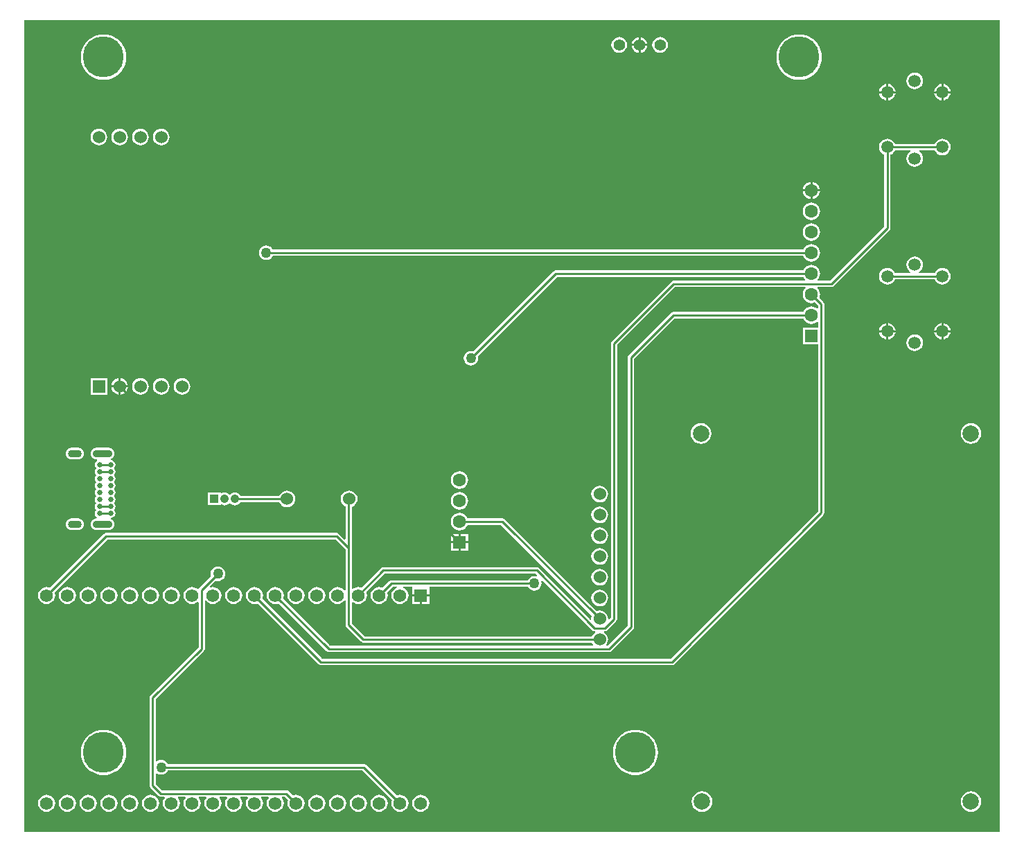
<source format=gbl>
G04*
G04 #@! TF.GenerationSoftware,Altium Limited,Altium Designer,21.1.1 (26)*
G04*
G04 Layer_Physical_Order=2*
G04 Layer_Color=16711680*
%FSLAX44Y44*%
%MOMM*%
G71*
G04*
G04 #@! TF.SameCoordinates,4D4020B3-F9C7-4368-8432-2603F3E21EC1*
G04*
G04*
G04 #@! TF.FilePolarity,Positive*
G04*
G01*
G75*
%ADD16C,0.2540*%
%ADD26C,0.6500*%
G04:AMPARAMS|DCode=27|XSize=0.9mm|YSize=2.4mm|CornerRadius=0.45mm|HoleSize=0mm|Usage=FLASHONLY|Rotation=270.000|XOffset=0mm|YOffset=0mm|HoleType=Round|Shape=RoundedRectangle|*
%AMROUNDEDRECTD27*
21,1,0.9000,1.5000,0,0,270.0*
21,1,0.0000,2.4000,0,0,270.0*
1,1,0.9000,-0.7500,0.0000*
1,1,0.9000,-0.7500,0.0000*
1,1,0.9000,0.7500,0.0000*
1,1,0.9000,0.7500,0.0000*
%
%ADD27ROUNDEDRECTD27*%
G04:AMPARAMS|DCode=28|XSize=0.9mm|YSize=1.7mm|CornerRadius=0.45mm|HoleSize=0mm|Usage=FLASHONLY|Rotation=270.000|XOffset=0mm|YOffset=0mm|HoleType=Round|Shape=RoundedRectangle|*
%AMROUNDEDRECTD28*
21,1,0.9000,0.8000,0,0,270.0*
21,1,0.0000,1.7000,0,0,270.0*
1,1,0.9000,-0.4000,0.0000*
1,1,0.9000,-0.4000,0.0000*
1,1,0.9000,0.4000,0.0000*
1,1,0.9000,0.4000,0.0000*
%
%ADD28ROUNDEDRECTD28*%
%ADD35C,1.4000*%
%ADD36C,1.0500*%
%ADD37R,1.0500X1.0500*%
%ADD38C,1.5000*%
%ADD39C,5.0000*%
%ADD40C,1.5240*%
%ADD41R,1.5240X1.5240*%
%ADD42C,2.0000*%
%ADD43R,1.5600X1.5600*%
%ADD44C,1.5600*%
%ADD45C,1.6000*%
%ADD46R,1.6000X1.6000*%
%ADD47C,1.2700*%
G36*
X1195493Y3237D02*
X3237D01*
Y995493D01*
X1195493D01*
Y3237D01*
D02*
G37*
%LPC*%
G36*
X756270Y974455D02*
Y966270D01*
X764455D01*
X764295Y967490D01*
X763333Y969811D01*
X761804Y971804D01*
X759811Y973333D01*
X757490Y974295D01*
X756270Y974455D01*
D02*
G37*
G36*
X753730D02*
X752510Y974295D01*
X750189Y973333D01*
X748196Y971804D01*
X746667Y969811D01*
X745706Y967490D01*
X745545Y966270D01*
X753730D01*
Y974455D01*
D02*
G37*
G36*
X764455Y963730D02*
X756270D01*
Y955545D01*
X757490Y955706D01*
X759811Y956667D01*
X761804Y958196D01*
X763333Y960189D01*
X764295Y962510D01*
X764455Y963730D01*
D02*
G37*
G36*
X753730D02*
X745545D01*
X745706Y962510D01*
X746667Y960189D01*
X748196Y958196D01*
X750189Y956667D01*
X752510Y955706D01*
X753730Y955545D01*
Y963730D01*
D02*
G37*
G36*
X780000Y974622D02*
X777509Y974295D01*
X775189Y973333D01*
X773196Y971804D01*
X771667Y969811D01*
X770705Y967490D01*
X770377Y965000D01*
X770705Y962510D01*
X771667Y960189D01*
X773196Y958196D01*
X775189Y956667D01*
X777509Y955706D01*
X780000Y955378D01*
X782490Y955706D01*
X784811Y956667D01*
X786804Y958196D01*
X788333Y960189D01*
X789294Y962510D01*
X789622Y965000D01*
X789294Y967490D01*
X788333Y969811D01*
X786804Y971804D01*
X784811Y973333D01*
X782490Y974295D01*
X780000Y974622D01*
D02*
G37*
G36*
X730000D02*
X727509Y974295D01*
X725189Y973333D01*
X723196Y971804D01*
X721667Y969811D01*
X720705Y967490D01*
X720378Y965000D01*
X720705Y962510D01*
X721667Y960189D01*
X723196Y958196D01*
X725189Y956667D01*
X727509Y955706D01*
X730000Y955378D01*
X732490Y955706D01*
X734811Y956667D01*
X736804Y958196D01*
X738333Y960189D01*
X739294Y962510D01*
X739622Y965000D01*
X739294Y967490D01*
X738333Y969811D01*
X736804Y971804D01*
X734811Y973333D01*
X732490Y974295D01*
X730000Y974622D01*
D02*
G37*
G36*
X950000Y977625D02*
X945678Y977285D01*
X941463Y976273D01*
X937458Y974614D01*
X933762Y972349D01*
X930466Y969534D01*
X927651Y966237D01*
X925386Y962541D01*
X923727Y958537D01*
X922715Y954321D01*
X922375Y950000D01*
X922715Y945678D01*
X923727Y941463D01*
X925386Y937458D01*
X927651Y933762D01*
X930466Y930466D01*
X933762Y927651D01*
X937458Y925386D01*
X941463Y923727D01*
X945678Y922715D01*
X950000Y922375D01*
X954321Y922715D01*
X958537Y923727D01*
X962541Y925386D01*
X966237Y927651D01*
X969534Y930466D01*
X972349Y933762D01*
X974614Y937458D01*
X976273Y941463D01*
X977285Y945678D01*
X977625Y950000D01*
X977285Y954321D01*
X976273Y958537D01*
X974614Y962541D01*
X972349Y966237D01*
X969534Y969534D01*
X966237Y972349D01*
X962541Y974614D01*
X958537Y976273D01*
X954321Y977285D01*
X950000Y977625D01*
D02*
G37*
G36*
X100000D02*
X95679Y977285D01*
X91463Y976273D01*
X87458Y974614D01*
X83762Y972349D01*
X80466Y969534D01*
X77651Y966237D01*
X75386Y962541D01*
X73727Y958537D01*
X72715Y954321D01*
X72375Y950000D01*
X72715Y945678D01*
X73727Y941463D01*
X75386Y937458D01*
X77651Y933762D01*
X80466Y930466D01*
X83762Y927651D01*
X87458Y925386D01*
X91463Y923727D01*
X95679Y922715D01*
X100000Y922375D01*
X104322Y922715D01*
X108537Y923727D01*
X112542Y925386D01*
X116238Y927651D01*
X119534Y930466D01*
X122349Y933762D01*
X124614Y937458D01*
X126273Y941463D01*
X127285Y945678D01*
X127625Y950000D01*
X127285Y954321D01*
X126273Y958537D01*
X124614Y962541D01*
X122349Y966237D01*
X119534Y969534D01*
X116238Y972349D01*
X112542Y974614D01*
X108537Y976273D01*
X104322Y977285D01*
X100000Y977625D01*
D02*
G37*
G36*
X1091410Y931217D02*
X1088789Y930872D01*
X1086347Y929860D01*
X1084249Y928251D01*
X1082640Y926153D01*
X1081628Y923711D01*
X1081283Y921090D01*
X1081628Y918469D01*
X1082640Y916027D01*
X1084249Y913930D01*
X1086347Y912320D01*
X1088789Y911309D01*
X1091410Y910964D01*
X1094031Y911309D01*
X1096473Y912320D01*
X1098570Y913930D01*
X1100180Y916027D01*
X1101191Y918469D01*
X1101536Y921090D01*
X1101191Y923711D01*
X1100180Y926153D01*
X1098570Y928251D01*
X1096473Y929860D01*
X1094031Y930872D01*
X1091410Y931217D01*
D02*
G37*
G36*
X1126270Y917140D02*
Y908450D01*
X1134959D01*
X1134781Y909801D01*
X1133770Y912243D01*
X1132160Y914341D01*
X1130063Y915950D01*
X1127621Y916962D01*
X1126270Y917140D01*
D02*
G37*
G36*
X1059090D02*
Y908450D01*
X1067779D01*
X1067601Y909801D01*
X1066590Y912243D01*
X1064980Y914341D01*
X1062883Y915950D01*
X1060441Y916962D01*
X1059090Y917140D01*
D02*
G37*
G36*
X1123730D02*
X1122379Y916962D01*
X1119937Y915950D01*
X1117839Y914341D01*
X1116230Y912243D01*
X1115218Y909801D01*
X1115040Y908450D01*
X1123730D01*
Y917140D01*
D02*
G37*
G36*
X1056550D02*
X1055199Y916962D01*
X1052757Y915950D01*
X1050659Y914341D01*
X1049050Y912243D01*
X1048038Y909801D01*
X1047860Y908450D01*
X1056550D01*
Y917140D01*
D02*
G37*
G36*
X1134959Y905910D02*
X1126270D01*
Y897221D01*
X1127621Y897399D01*
X1130063Y898410D01*
X1132160Y900019D01*
X1133770Y902117D01*
X1134781Y904559D01*
X1134959Y905910D01*
D02*
G37*
G36*
X1067779D02*
X1059090D01*
Y897221D01*
X1060441Y897399D01*
X1062883Y898410D01*
X1064980Y900019D01*
X1066590Y902117D01*
X1067601Y904559D01*
X1067779Y905910D01*
D02*
G37*
G36*
X1123730D02*
X1115040D01*
X1115218Y904559D01*
X1116230Y902117D01*
X1117839Y900019D01*
X1119937Y898410D01*
X1122379Y897399D01*
X1123730Y897221D01*
Y905910D01*
D02*
G37*
G36*
X1056550D02*
X1047860D01*
X1048038Y904559D01*
X1049050Y902117D01*
X1050659Y900019D01*
X1052757Y898410D01*
X1055199Y897399D01*
X1056550Y897221D01*
Y905910D01*
D02*
G37*
G36*
X1125000Y850127D02*
X1122379Y849782D01*
X1119937Y848770D01*
X1117839Y847161D01*
X1116230Y845063D01*
X1115742Y843885D01*
X1067078D01*
X1066590Y845063D01*
X1064980Y847161D01*
X1062883Y848770D01*
X1060441Y849782D01*
X1057820Y850127D01*
X1055199Y849782D01*
X1052757Y848770D01*
X1050659Y847161D01*
X1049050Y845063D01*
X1048038Y842621D01*
X1047693Y840000D01*
X1048038Y837379D01*
X1049050Y834937D01*
X1050659Y832840D01*
X1052757Y831230D01*
X1053935Y830742D01*
Y742691D01*
X987991Y676747D01*
X972903D01*
X972884Y676802D01*
X972620Y678017D01*
X974207Y680085D01*
X975269Y682648D01*
X975631Y685400D01*
X975269Y688151D01*
X974207Y690715D01*
X972517Y692917D01*
X970316Y694607D01*
X967752Y695669D01*
X965000Y696031D01*
X962249Y695669D01*
X959685Y694607D01*
X957483Y692917D01*
X955793Y690715D01*
X955201Y689285D01*
X652400D01*
X650913Y688989D01*
X649653Y688147D01*
X551849Y590343D01*
X551251Y590591D01*
X548930Y590897D01*
X546609Y590591D01*
X544446Y589695D01*
X542589Y588270D01*
X541164Y586413D01*
X540269Y584251D01*
X539963Y581930D01*
X540269Y579609D01*
X541164Y577447D01*
X542589Y575590D01*
X544446Y574165D01*
X546609Y573269D01*
X548930Y572963D01*
X551251Y573269D01*
X553413Y574165D01*
X555270Y575590D01*
X556695Y577447D01*
X557591Y579609D01*
X557896Y581930D01*
X557591Y584251D01*
X557343Y584850D01*
X654009Y681515D01*
X955201D01*
X955793Y680085D01*
X957380Y678017D01*
X957116Y676802D01*
X957097Y676747D01*
X796560D01*
X795073Y676451D01*
X793813Y675609D01*
X720915Y602711D01*
X720073Y601451D01*
X719777Y599964D01*
Y264769D01*
X717607Y262599D01*
X716468Y263160D01*
X716518Y263540D01*
X716169Y266192D01*
X715145Y268664D01*
X713516Y270786D01*
X711394Y272415D01*
X708922Y273438D01*
X706270Y273788D01*
X703618Y273438D01*
X702379Y272925D01*
X590257Y385047D01*
X588997Y385889D01*
X587510Y386185D01*
X544799D01*
X544207Y387616D01*
X542517Y389817D01*
X540315Y391507D01*
X537751Y392569D01*
X535000Y392931D01*
X532248Y392569D01*
X529684Y391507D01*
X527483Y389817D01*
X525793Y387616D01*
X524731Y385052D01*
X524369Y382300D01*
X524731Y379549D01*
X525793Y376985D01*
X527483Y374783D01*
X529684Y373094D01*
X532248Y372032D01*
X535000Y371669D01*
X537751Y372032D01*
X540315Y373094D01*
X542517Y374783D01*
X544207Y376985D01*
X544799Y378416D01*
X585901D01*
X696885Y267432D01*
X696372Y266192D01*
X696022Y263540D01*
X696113Y262851D01*
X694974Y262290D01*
X631921Y325343D01*
X630661Y326185D01*
X629174Y326481D01*
X441996D01*
X440509Y326185D01*
X439249Y325343D01*
X415429Y301523D01*
X414099Y302074D01*
X411400Y302429D01*
X408701Y302074D01*
X406185Y301032D01*
X404713Y299902D01*
X403443Y300528D01*
Y350028D01*
Y400429D01*
X405124Y401125D01*
X407246Y402754D01*
X408875Y404876D01*
X409898Y407348D01*
X410248Y410000D01*
X409898Y412652D01*
X408875Y415124D01*
X407246Y417246D01*
X405124Y418875D01*
X402652Y419898D01*
X400000Y420248D01*
X397348Y419898D01*
X394876Y418875D01*
X392754Y417246D01*
X391125Y415124D01*
X390102Y412652D01*
X389752Y410000D01*
X390102Y407348D01*
X391125Y404876D01*
X392754Y402754D01*
X394876Y401125D01*
X395673Y400795D01*
Y361066D01*
X394500Y360580D01*
X387827Y367253D01*
X386567Y368095D01*
X385080Y368391D01*
X102906D01*
X101419Y368095D01*
X100159Y367253D01*
X34429Y301523D01*
X33099Y302074D01*
X30400Y302429D01*
X27701Y302074D01*
X25185Y301032D01*
X23025Y299375D01*
X21368Y297215D01*
X20326Y294699D01*
X19971Y292000D01*
X20326Y289301D01*
X21368Y286786D01*
X23025Y284626D01*
X25185Y282968D01*
X27701Y281926D01*
X30400Y281571D01*
X33099Y281926D01*
X35615Y282968D01*
X37775Y284626D01*
X39432Y286786D01*
X40474Y289301D01*
X40829Y292000D01*
X40474Y294699D01*
X39923Y296029D01*
X104515Y360621D01*
X383471D01*
X395673Y348419D01*
Y298465D01*
X394403Y298034D01*
X393374Y299375D01*
X391215Y301032D01*
X388699Y302074D01*
X386000Y302429D01*
X383301Y302074D01*
X380785Y301032D01*
X378625Y299375D01*
X376968Y297215D01*
X375926Y294699D01*
X375571Y292000D01*
X375926Y289301D01*
X376968Y286786D01*
X378625Y284626D01*
X380785Y282968D01*
X383301Y281926D01*
X386000Y281571D01*
X388699Y281926D01*
X391215Y282968D01*
X393374Y284626D01*
X394403Y285966D01*
X395673Y285535D01*
Y256048D01*
X395969Y254561D01*
X396811Y253301D01*
X414719Y235393D01*
X415979Y234551D01*
X417466Y234255D01*
X696882D01*
X697395Y233016D01*
X698376Y231739D01*
X697749Y230469D01*
X376825D01*
X319323Y287971D01*
X319874Y289301D01*
X320229Y292000D01*
X319874Y294699D01*
X318832Y297215D01*
X317174Y299375D01*
X315015Y301032D01*
X312499Y302074D01*
X309800Y302429D01*
X307101Y302074D01*
X304585Y301032D01*
X302425Y299375D01*
X300768Y297215D01*
X299726Y294699D01*
X299371Y292000D01*
X299726Y289301D01*
X300768Y286786D01*
X302425Y284626D01*
X304585Y282968D01*
X307101Y281926D01*
X309800Y281571D01*
X312499Y281926D01*
X313829Y282477D01*
X372469Y223837D01*
X373730Y222995D01*
X375216Y222699D01*
X717820D01*
X719307Y222995D01*
X720567Y223837D01*
X747237Y250507D01*
X748079Y251767D01*
X748375Y253254D01*
Y581337D01*
X797753Y630715D01*
X955201D01*
X955793Y629285D01*
X957483Y627083D01*
X959685Y625393D01*
X962249Y624331D01*
X965000Y623969D01*
X967752Y624331D01*
X970316Y625393D01*
X971745Y626490D01*
X973015Y625864D01*
Y619740D01*
X954460D01*
Y598660D01*
X973015D01*
Y394563D01*
X792919Y214467D01*
X367427D01*
X293923Y287971D01*
X294474Y289301D01*
X294829Y292000D01*
X294474Y294699D01*
X293432Y297215D01*
X291775Y299375D01*
X289615Y301032D01*
X287099Y302074D01*
X284400Y302429D01*
X281701Y302074D01*
X279185Y301032D01*
X277025Y299375D01*
X275368Y297215D01*
X274326Y294699D01*
X273971Y292000D01*
X274326Y289301D01*
X275368Y286786D01*
X277025Y284626D01*
X279185Y282968D01*
X281701Y281926D01*
X284400Y281571D01*
X287099Y281926D01*
X288429Y282477D01*
X363071Y207835D01*
X364332Y206993D01*
X365818Y206697D01*
X794528D01*
X796015Y206993D01*
X797275Y207835D01*
X979647Y390207D01*
X980489Y391467D01*
X980785Y392954D01*
Y648100D01*
X980489Y649587D01*
X979647Y650847D01*
X974676Y655818D01*
X975269Y657249D01*
X975631Y660000D01*
X975269Y662751D01*
X974207Y665315D01*
X972517Y667517D01*
X972182Y667775D01*
X972590Y668977D01*
X989600D01*
X991087Y669273D01*
X992347Y670115D01*
X1060567Y738335D01*
X1061409Y739595D01*
X1061704Y741082D01*
Y830742D01*
X1062883Y831230D01*
X1064980Y832840D01*
X1066590Y834937D01*
X1067078Y836115D01*
X1086059D01*
X1086336Y834906D01*
X1086328Y834845D01*
X1084249Y833251D01*
X1082640Y831153D01*
X1081628Y828711D01*
X1081283Y826090D01*
X1081628Y823469D01*
X1082640Y821027D01*
X1084249Y818929D01*
X1086347Y817320D01*
X1088789Y816309D01*
X1091410Y815963D01*
X1094031Y816309D01*
X1096473Y817320D01*
X1098570Y818929D01*
X1100180Y821027D01*
X1101191Y823469D01*
X1101536Y826090D01*
X1101191Y828711D01*
X1100180Y831153D01*
X1098570Y833251D01*
X1096492Y834845D01*
X1096484Y834906D01*
X1096761Y836115D01*
X1115742D01*
X1116230Y834937D01*
X1117839Y832840D01*
X1119937Y831230D01*
X1122379Y830219D01*
X1125000Y829874D01*
X1127621Y830219D01*
X1130063Y831230D01*
X1132160Y832840D01*
X1133770Y834937D01*
X1134781Y837379D01*
X1135126Y840000D01*
X1134781Y842621D01*
X1133770Y845063D01*
X1132160Y847161D01*
X1130063Y848770D01*
X1127621Y849782D01*
X1125000Y850127D01*
D02*
G37*
G36*
X170400Y862648D02*
X167748Y862298D01*
X165276Y861275D01*
X163154Y859646D01*
X161525Y857524D01*
X160502Y855052D01*
X160152Y852400D01*
X160502Y849748D01*
X161525Y847276D01*
X163154Y845154D01*
X165276Y843525D01*
X167748Y842501D01*
X170400Y842152D01*
X173053Y842501D01*
X175524Y843525D01*
X177646Y845154D01*
X179275Y847276D01*
X180299Y849748D01*
X180648Y852400D01*
X180299Y855052D01*
X179275Y857524D01*
X177646Y859646D01*
X175524Y861275D01*
X173053Y862298D01*
X170400Y862648D01*
D02*
G37*
G36*
X145000D02*
X142348Y862298D01*
X139876Y861275D01*
X137754Y859646D01*
X136125Y857524D01*
X135102Y855052D01*
X134753Y852400D01*
X135102Y849748D01*
X136125Y847276D01*
X137754Y845154D01*
X139876Y843525D01*
X142348Y842501D01*
X145000Y842152D01*
X147653Y842501D01*
X150124Y843525D01*
X152246Y845154D01*
X153875Y847276D01*
X154899Y849748D01*
X155248Y852400D01*
X154899Y855052D01*
X153875Y857524D01*
X152246Y859646D01*
X150124Y861275D01*
X147653Y862298D01*
X145000Y862648D01*
D02*
G37*
G36*
X119600D02*
X116948Y862298D01*
X114476Y861275D01*
X112354Y859646D01*
X110725Y857524D01*
X109702Y855052D01*
X109353Y852400D01*
X109702Y849748D01*
X110725Y847276D01*
X112354Y845154D01*
X114476Y843525D01*
X116948Y842501D01*
X119600Y842152D01*
X122253Y842501D01*
X124724Y843525D01*
X126846Y845154D01*
X128475Y847276D01*
X129499Y849748D01*
X129848Y852400D01*
X129499Y855052D01*
X128475Y857524D01*
X126846Y859646D01*
X124724Y861275D01*
X122253Y862298D01*
X119600Y862648D01*
D02*
G37*
G36*
X94200D02*
X91548Y862298D01*
X89076Y861275D01*
X86954Y859646D01*
X85325Y857524D01*
X84302Y855052D01*
X83953Y852400D01*
X84302Y849748D01*
X85325Y847276D01*
X86954Y845154D01*
X89076Y843525D01*
X91548Y842501D01*
X94200Y842152D01*
X96853Y842501D01*
X99324Y843525D01*
X101446Y845154D01*
X103075Y847276D01*
X104099Y849748D01*
X104448Y852400D01*
X104099Y855052D01*
X103075Y857524D01*
X101446Y859646D01*
X99324Y861275D01*
X96853Y862298D01*
X94200Y862648D01*
D02*
G37*
G36*
X966270Y797464D02*
Y788270D01*
X975464D01*
X975269Y789751D01*
X974207Y792315D01*
X972517Y794517D01*
X970316Y796207D01*
X967752Y797269D01*
X966270Y797464D01*
D02*
G37*
G36*
X963730D02*
X962249Y797269D01*
X959685Y796207D01*
X957483Y794517D01*
X955793Y792315D01*
X954731Y789751D01*
X954536Y788270D01*
X963730D01*
Y797464D01*
D02*
G37*
G36*
X975464Y785730D02*
X966270D01*
Y776536D01*
X967752Y776731D01*
X970316Y777793D01*
X972517Y779483D01*
X974207Y781684D01*
X975269Y784249D01*
X975464Y785730D01*
D02*
G37*
G36*
X963730D02*
X954536D01*
X954731Y784249D01*
X955793Y781684D01*
X957483Y779483D01*
X959685Y777793D01*
X962249Y776731D01*
X963730Y776536D01*
Y785730D01*
D02*
G37*
G36*
X965000Y772231D02*
X962249Y771869D01*
X959685Y770807D01*
X957483Y769117D01*
X955793Y766915D01*
X954731Y764351D01*
X954369Y761600D01*
X954731Y758848D01*
X955793Y756284D01*
X957483Y754083D01*
X959685Y752393D01*
X962249Y751331D01*
X965000Y750969D01*
X967752Y751331D01*
X970316Y752393D01*
X972517Y754083D01*
X974207Y756284D01*
X975269Y758848D01*
X975631Y761600D01*
X975269Y764351D01*
X974207Y766915D01*
X972517Y769117D01*
X970316Y770807D01*
X967752Y771869D01*
X965000Y772231D01*
D02*
G37*
G36*
Y746831D02*
X962249Y746469D01*
X959685Y745407D01*
X957483Y743717D01*
X955793Y741515D01*
X954731Y738951D01*
X954369Y736200D01*
X954731Y733448D01*
X955793Y730884D01*
X957483Y728683D01*
X959685Y726993D01*
X962249Y725931D01*
X965000Y725569D01*
X967752Y725931D01*
X970316Y726993D01*
X972517Y728683D01*
X974207Y730884D01*
X975269Y733448D01*
X975631Y736200D01*
X975269Y738951D01*
X974207Y741515D01*
X972517Y743717D01*
X970316Y745407D01*
X967752Y746469D01*
X965000Y746831D01*
D02*
G37*
G36*
Y721431D02*
X962249Y721069D01*
X959685Y720007D01*
X957483Y718317D01*
X955793Y716115D01*
X955268Y714847D01*
X306733D01*
X306485Y715445D01*
X305060Y717302D01*
X303203Y718727D01*
X301041Y719623D01*
X298720Y719929D01*
X296399Y719623D01*
X294237Y718727D01*
X292380Y717302D01*
X290955Y715445D01*
X290059Y713283D01*
X289753Y710962D01*
X290059Y708641D01*
X290955Y706479D01*
X292380Y704622D01*
X294237Y703197D01*
X296399Y702301D01*
X298720Y701995D01*
X301041Y702301D01*
X303203Y703197D01*
X305060Y704622D01*
X306485Y706479D01*
X306733Y707077D01*
X955134D01*
X955793Y705484D01*
X957483Y703283D01*
X959685Y701593D01*
X962249Y700531D01*
X965000Y700169D01*
X967752Y700531D01*
X970316Y701593D01*
X972517Y703283D01*
X974207Y705484D01*
X975269Y708048D01*
X975631Y710800D01*
X975269Y713551D01*
X974207Y716115D01*
X972517Y718317D01*
X970316Y720007D01*
X967752Y721069D01*
X965000Y721431D01*
D02*
G37*
G36*
X1091410Y706216D02*
X1088789Y705871D01*
X1086347Y704860D01*
X1084249Y703250D01*
X1082640Y701153D01*
X1081628Y698711D01*
X1081283Y696090D01*
X1081628Y693469D01*
X1082640Y691027D01*
X1084249Y688929D01*
X1086327Y687335D01*
X1086335Y687272D01*
X1086058Y686065D01*
X1067078D01*
X1066590Y687244D01*
X1064980Y689341D01*
X1062883Y690950D01*
X1060441Y691962D01*
X1057820Y692307D01*
X1055199Y691962D01*
X1052757Y690950D01*
X1050659Y689341D01*
X1049050Y687244D01*
X1048038Y684801D01*
X1047693Y682180D01*
X1048038Y679559D01*
X1049050Y677117D01*
X1050659Y675020D01*
X1052757Y673410D01*
X1055199Y672399D01*
X1057820Y672054D01*
X1060441Y672399D01*
X1062883Y673410D01*
X1064980Y675020D01*
X1066590Y677117D01*
X1067078Y678296D01*
X1115742D01*
X1116230Y677117D01*
X1117839Y675020D01*
X1119937Y673410D01*
X1122379Y672399D01*
X1125000Y672054D01*
X1127621Y672399D01*
X1130063Y673410D01*
X1132160Y675020D01*
X1133770Y677117D01*
X1134781Y679559D01*
X1135126Y682180D01*
X1134781Y684801D01*
X1133770Y687244D01*
X1132160Y689341D01*
X1130063Y690950D01*
X1127621Y691962D01*
X1125000Y692307D01*
X1122379Y691962D01*
X1119937Y690950D01*
X1117839Y689341D01*
X1116230Y687244D01*
X1115742Y686065D01*
X1096762D01*
X1096484Y687272D01*
X1096493Y687335D01*
X1098570Y688929D01*
X1100180Y691027D01*
X1101191Y693469D01*
X1101536Y696090D01*
X1101191Y698711D01*
X1100180Y701153D01*
X1098570Y703250D01*
X1096473Y704860D01*
X1094031Y705871D01*
X1091410Y706216D01*
D02*
G37*
G36*
X1126270Y624959D02*
Y616270D01*
X1134959D01*
X1134781Y617621D01*
X1133770Y620063D01*
X1132160Y622160D01*
X1130063Y623770D01*
X1127621Y624781D01*
X1126270Y624959D01*
D02*
G37*
G36*
X1059090D02*
Y616270D01*
X1067779D01*
X1067601Y617621D01*
X1066590Y620063D01*
X1064980Y622160D01*
X1062883Y623770D01*
X1060441Y624781D01*
X1059090Y624959D01*
D02*
G37*
G36*
X1123730D02*
X1122379Y624781D01*
X1119937Y623770D01*
X1117839Y622160D01*
X1116230Y620063D01*
X1115218Y617621D01*
X1115040Y616270D01*
X1123730D01*
Y624959D01*
D02*
G37*
G36*
X1056550D02*
X1055199Y624781D01*
X1052757Y623770D01*
X1050659Y622160D01*
X1049050Y620063D01*
X1048038Y617621D01*
X1047860Y616270D01*
X1056550D01*
Y624959D01*
D02*
G37*
G36*
X1134959Y613730D02*
X1126270D01*
Y605040D01*
X1127621Y605218D01*
X1130063Y606230D01*
X1132160Y607839D01*
X1133770Y609936D01*
X1134781Y612379D01*
X1134959Y613730D01*
D02*
G37*
G36*
X1067779D02*
X1059090D01*
Y605040D01*
X1060441Y605218D01*
X1062883Y606230D01*
X1064980Y607839D01*
X1066590Y609936D01*
X1067601Y612379D01*
X1067779Y613730D01*
D02*
G37*
G36*
X1123730D02*
X1115040D01*
X1115218Y612379D01*
X1116230Y609936D01*
X1117839Y607839D01*
X1119937Y606230D01*
X1122379Y605218D01*
X1123730Y605040D01*
Y613730D01*
D02*
G37*
G36*
X1056550D02*
X1047860D01*
X1048038Y612379D01*
X1049050Y609936D01*
X1050659Y607839D01*
X1052757Y606230D01*
X1055199Y605218D01*
X1056550Y605040D01*
Y613730D01*
D02*
G37*
G36*
X1091410Y611217D02*
X1088789Y610872D01*
X1086347Y609860D01*
X1084249Y608251D01*
X1082640Y606154D01*
X1081628Y603711D01*
X1081283Y601090D01*
X1081628Y598469D01*
X1082640Y596027D01*
X1084249Y593930D01*
X1086347Y592320D01*
X1088789Y591309D01*
X1091410Y590964D01*
X1094031Y591309D01*
X1096473Y592320D01*
X1098570Y593930D01*
X1100180Y596027D01*
X1101191Y598469D01*
X1101536Y601090D01*
X1101191Y603711D01*
X1100180Y606154D01*
X1098570Y608251D01*
X1096473Y609860D01*
X1094031Y610872D01*
X1091410Y611217D01*
D02*
G37*
G36*
X120870Y557680D02*
Y548870D01*
X129681D01*
X129499Y550252D01*
X128475Y552724D01*
X126846Y554846D01*
X124724Y556475D01*
X122253Y557498D01*
X120870Y557680D01*
D02*
G37*
G36*
X118330D02*
X116948Y557498D01*
X114476Y556475D01*
X112354Y554846D01*
X110725Y552724D01*
X109702Y550252D01*
X109520Y548870D01*
X118330D01*
Y557680D01*
D02*
G37*
G36*
X129681Y546330D02*
X120870D01*
Y537519D01*
X122253Y537701D01*
X124724Y538725D01*
X126846Y540354D01*
X128475Y542476D01*
X129499Y544948D01*
X129681Y546330D01*
D02*
G37*
G36*
X118330D02*
X109520D01*
X109702Y544948D01*
X110725Y542476D01*
X112354Y540354D01*
X114476Y538725D01*
X116948Y537701D01*
X118330Y537519D01*
Y546330D01*
D02*
G37*
G36*
X104360Y557760D02*
X84040D01*
Y537440D01*
X104360D01*
Y557760D01*
D02*
G37*
G36*
X195800Y557848D02*
X193148Y557498D01*
X190676Y556475D01*
X188554Y554846D01*
X186926Y552724D01*
X185902Y550252D01*
X185553Y547600D01*
X185902Y544948D01*
X186926Y542476D01*
X188554Y540354D01*
X190676Y538725D01*
X193148Y537701D01*
X195800Y537352D01*
X198452Y537701D01*
X200924Y538725D01*
X203046Y540354D01*
X204675Y542476D01*
X205699Y544948D01*
X206048Y547600D01*
X205699Y550252D01*
X204675Y552724D01*
X203046Y554846D01*
X200924Y556475D01*
X198452Y557498D01*
X195800Y557848D01*
D02*
G37*
G36*
X170400D02*
X167748Y557498D01*
X165276Y556475D01*
X163154Y554846D01*
X161525Y552724D01*
X160502Y550252D01*
X160152Y547600D01*
X160502Y544948D01*
X161525Y542476D01*
X163154Y540354D01*
X165276Y538725D01*
X167748Y537701D01*
X170400Y537352D01*
X173053Y537701D01*
X175524Y538725D01*
X177646Y540354D01*
X179275Y542476D01*
X180299Y544948D01*
X180648Y547600D01*
X180299Y550252D01*
X179275Y552724D01*
X177646Y554846D01*
X175524Y556475D01*
X173053Y557498D01*
X170400Y557848D01*
D02*
G37*
G36*
X145000D02*
X142348Y557498D01*
X139876Y556475D01*
X137754Y554846D01*
X136125Y552724D01*
X135102Y550252D01*
X134753Y547600D01*
X135102Y544948D01*
X136125Y542476D01*
X137754Y540354D01*
X139876Y538725D01*
X142348Y537701D01*
X145000Y537352D01*
X147653Y537701D01*
X150124Y538725D01*
X152246Y540354D01*
X153875Y542476D01*
X154899Y544948D01*
X155248Y547600D01*
X154899Y550252D01*
X153875Y552724D01*
X152246Y554846D01*
X150124Y556475D01*
X147653Y557498D01*
X145000Y557848D01*
D02*
G37*
G36*
X1160000Y502648D02*
X1156726Y502217D01*
X1153676Y500953D01*
X1151056Y498943D01*
X1149046Y496324D01*
X1147783Y493273D01*
X1147352Y490000D01*
X1147783Y486726D01*
X1149046Y483676D01*
X1151056Y481056D01*
X1153676Y479046D01*
X1156726Y477783D01*
X1160000Y477352D01*
X1163274Y477783D01*
X1166324Y479046D01*
X1168944Y481056D01*
X1170954Y483676D01*
X1172217Y486726D01*
X1172648Y490000D01*
X1172217Y493273D01*
X1170954Y496324D01*
X1168944Y498943D01*
X1166324Y500953D01*
X1163274Y502217D01*
X1160000Y502648D01*
D02*
G37*
G36*
X830000D02*
X826727Y502217D01*
X823676Y500953D01*
X821057Y498943D01*
X819046Y496324D01*
X817783Y493273D01*
X817352Y490000D01*
X817783Y486726D01*
X819046Y483676D01*
X821057Y481056D01*
X823676Y479046D01*
X826727Y477783D01*
X830000Y477352D01*
X833274Y477783D01*
X836324Y479046D01*
X838944Y481056D01*
X840954Y483676D01*
X842217Y486726D01*
X842648Y490000D01*
X842217Y493273D01*
X840954Y496324D01*
X838944Y498943D01*
X836324Y500953D01*
X833274Y502217D01*
X830000Y502648D01*
D02*
G37*
G36*
X68900Y472601D02*
X60900D01*
X59062Y472359D01*
X57349Y471649D01*
X55879Y470521D01*
X54750Y469050D01*
X54041Y467338D01*
X53799Y465500D01*
X54041Y463662D01*
X54750Y461950D01*
X55879Y460479D01*
X57349Y459351D01*
X59062Y458641D01*
X60900Y458399D01*
X68900D01*
X70738Y458641D01*
X72450Y459351D01*
X73921Y460479D01*
X75049Y461950D01*
X75759Y463662D01*
X76000Y465500D01*
X75759Y467338D01*
X75049Y469050D01*
X73921Y470521D01*
X72450Y471649D01*
X70738Y472359D01*
X68900Y472601D01*
D02*
G37*
G36*
X535000Y443731D02*
X532248Y443369D01*
X529684Y442307D01*
X527483Y440617D01*
X525793Y438416D01*
X524731Y435852D01*
X524369Y433100D01*
X524731Y430349D01*
X525793Y427785D01*
X527483Y425583D01*
X529684Y423894D01*
X532248Y422831D01*
X535000Y422469D01*
X537751Y422831D01*
X540315Y423894D01*
X542517Y425583D01*
X544207Y427785D01*
X545269Y430349D01*
X545631Y433100D01*
X545269Y435852D01*
X544207Y438416D01*
X542517Y440617D01*
X540315Y442307D01*
X537751Y443369D01*
X535000Y443731D01*
D02*
G37*
G36*
X324000Y420248D02*
X321348Y419898D01*
X318876Y418875D01*
X316754Y417246D01*
X315125Y415124D01*
X314612Y413885D01*
X267223D01*
X267205Y413929D01*
X265956Y415556D01*
X264329Y416805D01*
X262434Y417589D01*
X260400Y417857D01*
X258366Y417589D01*
X256471Y416805D01*
X254852Y415562D01*
X254563Y415349D01*
X253537D01*
X253248Y415562D01*
X251629Y416805D01*
X249734Y417589D01*
X247700Y417857D01*
X245666Y417589D01*
X244060Y416924D01*
X242790Y417482D01*
Y417790D01*
X227210D01*
Y402210D01*
X242790D01*
Y402517D01*
X244060Y403076D01*
X245666Y402410D01*
X247700Y402143D01*
X249734Y402410D01*
X251629Y403195D01*
X253256Y404444D01*
X253415Y404651D01*
X254685D01*
X254844Y404444D01*
X256471Y403195D01*
X258366Y402410D01*
X260400Y402143D01*
X262434Y402410D01*
X264329Y403195D01*
X265956Y404444D01*
X267205Y406071D01*
X267223Y406115D01*
X314612D01*
X315125Y404876D01*
X316754Y402754D01*
X318876Y401125D01*
X321348Y400101D01*
X324000Y399752D01*
X326652Y400101D01*
X329124Y401125D01*
X331246Y402754D01*
X332875Y404876D01*
X333899Y407348D01*
X334248Y410000D01*
X333899Y412652D01*
X332875Y415124D01*
X331246Y417246D01*
X329124Y418875D01*
X326652Y419898D01*
X324000Y420248D01*
D02*
G37*
G36*
X706270Y426188D02*
X703618Y425839D01*
X701146Y424815D01*
X699024Y423186D01*
X697395Y421064D01*
X696372Y418592D01*
X696022Y415940D01*
X696372Y413288D01*
X697395Y410816D01*
X699024Y408694D01*
X701146Y407065D01*
X703618Y406041D01*
X706270Y405692D01*
X708922Y406041D01*
X711394Y407065D01*
X713516Y408694D01*
X715145Y410816D01*
X716169Y413288D01*
X716518Y415940D01*
X716169Y418592D01*
X715145Y421064D01*
X713516Y423186D01*
X711394Y424815D01*
X708922Y425839D01*
X706270Y426188D01*
D02*
G37*
G36*
X535000Y418331D02*
X532248Y417969D01*
X529684Y416907D01*
X527483Y415217D01*
X525793Y413016D01*
X524731Y410452D01*
X524369Y407700D01*
X524731Y404949D01*
X525793Y402385D01*
X527483Y400183D01*
X529684Y398494D01*
X532248Y397431D01*
X535000Y397069D01*
X537751Y397431D01*
X540315Y398494D01*
X542517Y400183D01*
X544207Y402385D01*
X545269Y404949D01*
X545631Y407700D01*
X545269Y410452D01*
X544207Y413016D01*
X542517Y415217D01*
X540315Y416907D01*
X537751Y417969D01*
X535000Y418331D01*
D02*
G37*
G36*
X706270Y400788D02*
X703618Y400438D01*
X701146Y399415D01*
X699024Y397786D01*
X697395Y395664D01*
X696372Y393192D01*
X696022Y390540D01*
X696372Y387888D01*
X697395Y385416D01*
X699024Y383294D01*
X701146Y381665D01*
X703618Y380642D01*
X706270Y380292D01*
X708922Y380642D01*
X711394Y381665D01*
X713516Y383294D01*
X715145Y385416D01*
X716169Y387888D01*
X716518Y390540D01*
X716169Y393192D01*
X715145Y395664D01*
X713516Y397786D01*
X711394Y399415D01*
X708922Y400438D01*
X706270Y400788D01*
D02*
G37*
G36*
X106200Y472601D02*
X91200D01*
X89362Y472359D01*
X87650Y471649D01*
X86179Y470521D01*
X85051Y469050D01*
X84341Y467338D01*
X84099Y465500D01*
X84341Y463662D01*
X85051Y461950D01*
X86179Y460479D01*
X87650Y459351D01*
X89362Y458641D01*
X91200Y458399D01*
X91869D01*
X92255Y457129D01*
X90825Y456174D01*
X89546Y454259D01*
X89096Y452000D01*
X89546Y449741D01*
X90190Y448777D01*
X90782Y447750D01*
X90190Y446723D01*
X89546Y445759D01*
X89096Y443500D01*
X89546Y441241D01*
X90190Y440277D01*
X90782Y439250D01*
X90190Y438223D01*
X89546Y437259D01*
X89096Y435000D01*
X89546Y432741D01*
X90190Y431777D01*
X90782Y430750D01*
X90190Y429723D01*
X89546Y428759D01*
X89096Y426500D01*
X89546Y424241D01*
X90190Y423277D01*
X90782Y422250D01*
X90190Y421223D01*
X89546Y420259D01*
X89096Y418000D01*
X89546Y415741D01*
X90190Y414777D01*
X90782Y413750D01*
X90190Y412723D01*
X89546Y411759D01*
X89096Y409500D01*
X89546Y407241D01*
X90190Y406277D01*
X90782Y405250D01*
X90190Y404223D01*
X89546Y403259D01*
X89096Y401000D01*
X89546Y398741D01*
X90190Y397777D01*
X90782Y396750D01*
X90190Y395723D01*
X89546Y394759D01*
X89096Y392500D01*
X89546Y390241D01*
X90825Y388326D01*
X92255Y387370D01*
X91869Y386101D01*
X91200D01*
X89362Y385858D01*
X87650Y385149D01*
X86179Y384021D01*
X85051Y382550D01*
X84341Y380838D01*
X84099Y379000D01*
X84341Y377162D01*
X85051Y375449D01*
X86179Y373979D01*
X87650Y372850D01*
X89362Y372141D01*
X91200Y371899D01*
X106200D01*
X108038Y372141D01*
X109750Y372850D01*
X111221Y373979D01*
X112350Y375449D01*
X113059Y377162D01*
X113301Y379000D01*
X113059Y380838D01*
X112350Y382550D01*
X111221Y384021D01*
X109750Y385149D01*
X109096Y385420D01*
X109226Y386741D01*
X110759Y387046D01*
X112674Y388326D01*
X113954Y390241D01*
X114403Y392500D01*
X113954Y394759D01*
X113310Y395723D01*
X112718Y396750D01*
X113310Y397777D01*
X113954Y398741D01*
X114403Y401000D01*
X113954Y403259D01*
X113310Y404223D01*
X112718Y405250D01*
X113310Y406277D01*
X113954Y407241D01*
X114403Y409500D01*
X113954Y411759D01*
X113310Y412723D01*
X112718Y413750D01*
X113310Y414777D01*
X113954Y415741D01*
X114403Y418000D01*
X113954Y420259D01*
X113310Y421223D01*
X112718Y422250D01*
X113310Y423277D01*
X113954Y424241D01*
X114403Y426500D01*
X113954Y428759D01*
X113310Y429723D01*
X112718Y430750D01*
X113310Y431777D01*
X113954Y432741D01*
X114403Y435000D01*
X113954Y437259D01*
X113310Y438223D01*
X112718Y439250D01*
X113310Y440277D01*
X113954Y441241D01*
X114403Y443500D01*
X113954Y445759D01*
X113310Y446723D01*
X112718Y447750D01*
X113310Y448777D01*
X113954Y449741D01*
X114403Y452000D01*
X113954Y454259D01*
X112674Y456174D01*
X110759Y457454D01*
X109226Y457759D01*
X109096Y459080D01*
X109750Y459351D01*
X111221Y460479D01*
X112350Y461950D01*
X113059Y463662D01*
X113301Y465500D01*
X113059Y467338D01*
X112350Y469050D01*
X111221Y470521D01*
X109750Y471649D01*
X108038Y472359D01*
X106200Y472601D01*
D02*
G37*
G36*
X68900Y386101D02*
X60900D01*
X59062Y385858D01*
X57349Y385149D01*
X55879Y384021D01*
X54750Y382550D01*
X54041Y380838D01*
X53799Y379000D01*
X54041Y377162D01*
X54750Y375449D01*
X55879Y373979D01*
X57349Y372850D01*
X59062Y372141D01*
X60900Y371899D01*
X68900D01*
X70738Y372141D01*
X72450Y372850D01*
X73921Y373979D01*
X75049Y375449D01*
X75759Y377162D01*
X76000Y379000D01*
X75759Y380838D01*
X75049Y382550D01*
X73921Y384021D01*
X72450Y385149D01*
X70738Y385858D01*
X68900Y386101D01*
D02*
G37*
G36*
X545540Y367440D02*
X536270D01*
Y358170D01*
X545540D01*
Y367440D01*
D02*
G37*
G36*
X533730D02*
X524460D01*
Y358170D01*
X533730D01*
Y367440D01*
D02*
G37*
G36*
X706270Y375388D02*
X703618Y375038D01*
X701146Y374015D01*
X699024Y372386D01*
X697395Y370264D01*
X696372Y367792D01*
X696022Y365140D01*
X696372Y362488D01*
X697395Y360016D01*
X699024Y357894D01*
X701146Y356265D01*
X703618Y355242D01*
X706270Y354892D01*
X708922Y355242D01*
X711394Y356265D01*
X713516Y357894D01*
X715145Y360016D01*
X716169Y362488D01*
X716518Y365140D01*
X716169Y367792D01*
X715145Y370264D01*
X713516Y372386D01*
X711394Y374015D01*
X708922Y375038D01*
X706270Y375388D01*
D02*
G37*
G36*
X545540Y355630D02*
X536270D01*
Y346360D01*
X545540D01*
Y355630D01*
D02*
G37*
G36*
X533730D02*
X524460D01*
Y346360D01*
X533730D01*
Y355630D01*
D02*
G37*
G36*
X706270Y349988D02*
X703618Y349638D01*
X701146Y348615D01*
X699024Y346986D01*
X697395Y344864D01*
X696372Y342392D01*
X696022Y339740D01*
X696372Y337088D01*
X697395Y334616D01*
X699024Y332494D01*
X701146Y330865D01*
X703618Y329841D01*
X706270Y329492D01*
X708922Y329841D01*
X711394Y330865D01*
X713516Y332494D01*
X715145Y334616D01*
X716169Y337088D01*
X716518Y339740D01*
X716169Y342392D01*
X715145Y344864D01*
X713516Y346986D01*
X711394Y348615D01*
X708922Y349638D01*
X706270Y349988D01*
D02*
G37*
G36*
X239792Y327499D02*
X237471Y327193D01*
X235309Y326297D01*
X233452Y324872D01*
X232027Y323015D01*
X231131Y320853D01*
X230825Y318532D01*
X231131Y316211D01*
X231379Y315613D01*
X217233Y301467D01*
X216422Y300253D01*
X216359Y300197D01*
X215016Y299803D01*
X213415Y301032D01*
X210899Y302074D01*
X208200Y302429D01*
X205501Y302074D01*
X202985Y301032D01*
X200825Y299375D01*
X199168Y297215D01*
X198126Y294699D01*
X197771Y292000D01*
X198126Y289301D01*
X199168Y286786D01*
X200825Y284626D01*
X202985Y282968D01*
X205501Y281926D01*
X208200Y281571D01*
X210899Y281926D01*
X213415Y282968D01*
X214825Y284051D01*
X216095Y283424D01*
Y228447D01*
X157289Y169641D01*
X156447Y168381D01*
X156151Y166894D01*
Y59960D01*
X156447Y58473D01*
X157289Y57213D01*
X167449Y47053D01*
X168709Y46211D01*
X170196Y45915D01*
X174239D01*
X174866Y44645D01*
X173768Y43215D01*
X172726Y40700D01*
X172371Y38000D01*
X172726Y35301D01*
X173768Y32786D01*
X175425Y30626D01*
X177585Y28968D01*
X180101Y27926D01*
X182800Y27571D01*
X185499Y27926D01*
X188015Y28968D01*
X190175Y30626D01*
X191832Y32786D01*
X192874Y35301D01*
X193229Y38000D01*
X192874Y40700D01*
X191832Y43215D01*
X190734Y44645D01*
X191361Y45915D01*
X199639D01*
X200266Y44645D01*
X199168Y43215D01*
X198126Y40700D01*
X197771Y38000D01*
X198126Y35301D01*
X199168Y32786D01*
X200825Y30626D01*
X202985Y28968D01*
X205501Y27926D01*
X208200Y27571D01*
X210899Y27926D01*
X213415Y28968D01*
X215574Y30626D01*
X217232Y32786D01*
X218274Y35301D01*
X218629Y38000D01*
X218274Y40700D01*
X217232Y43215D01*
X216134Y44645D01*
X216761Y45915D01*
X225039D01*
X225666Y44645D01*
X224568Y43215D01*
X223526Y40700D01*
X223171Y38000D01*
X223526Y35301D01*
X224568Y32786D01*
X226225Y30626D01*
X228385Y28968D01*
X230901Y27926D01*
X233600Y27571D01*
X236299Y27926D01*
X238815Y28968D01*
X240975Y30626D01*
X242632Y32786D01*
X243674Y35301D01*
X244029Y38000D01*
X243674Y40700D01*
X242632Y43215D01*
X241534Y44645D01*
X242161Y45915D01*
X250439D01*
X251066Y44645D01*
X249968Y43215D01*
X248926Y40700D01*
X248571Y38000D01*
X248926Y35301D01*
X249968Y32786D01*
X251625Y30626D01*
X253785Y28968D01*
X256301Y27926D01*
X259000Y27571D01*
X261699Y27926D01*
X264215Y28968D01*
X266374Y30626D01*
X268032Y32786D01*
X269074Y35301D01*
X269429Y38000D01*
X269074Y40700D01*
X268032Y43215D01*
X266934Y44645D01*
X267561Y45915D01*
X275839D01*
X276466Y44645D01*
X275368Y43215D01*
X274326Y40700D01*
X273971Y38000D01*
X274326Y35301D01*
X275368Y32786D01*
X277025Y30626D01*
X279185Y28968D01*
X281701Y27926D01*
X284400Y27571D01*
X287099Y27926D01*
X289615Y28968D01*
X291775Y30626D01*
X293432Y32786D01*
X294474Y35301D01*
X294829Y38000D01*
X294474Y40700D01*
X293432Y43215D01*
X292334Y44645D01*
X292961Y45915D01*
X301239D01*
X301866Y44645D01*
X300768Y43215D01*
X299726Y40700D01*
X299371Y38000D01*
X299726Y35301D01*
X300768Y32786D01*
X302425Y30626D01*
X304585Y28968D01*
X307101Y27926D01*
X309800Y27571D01*
X312499Y27926D01*
X315015Y28968D01*
X317174Y30626D01*
X318832Y32786D01*
X319874Y35301D01*
X320229Y38000D01*
X319874Y40700D01*
X318832Y43215D01*
X317734Y44645D01*
X318361Y45915D01*
X321791D01*
X325677Y42029D01*
X325126Y40700D01*
X324771Y38000D01*
X325126Y35301D01*
X326168Y32786D01*
X327825Y30626D01*
X329985Y28968D01*
X332501Y27926D01*
X335200Y27571D01*
X337899Y27926D01*
X340415Y28968D01*
X342575Y30626D01*
X344232Y32786D01*
X345274Y35301D01*
X345629Y38000D01*
X345274Y40700D01*
X344232Y43215D01*
X342575Y45375D01*
X340415Y47032D01*
X337899Y48074D01*
X335200Y48429D01*
X332501Y48074D01*
X331171Y47523D01*
X326147Y52547D01*
X324887Y53389D01*
X323400Y53685D01*
X171805D01*
X163921Y61569D01*
Y74273D01*
X165191Y74900D01*
X165917Y74342D01*
X168079Y73447D01*
X170400Y73141D01*
X172721Y73447D01*
X174884Y74342D01*
X176741Y75767D01*
X178166Y77624D01*
X178414Y78223D01*
X416483D01*
X452677Y42029D01*
X452126Y40700D01*
X451771Y38000D01*
X452126Y35301D01*
X453168Y32786D01*
X454825Y30626D01*
X456985Y28968D01*
X459501Y27926D01*
X462200Y27571D01*
X464899Y27926D01*
X467415Y28968D01*
X469575Y30626D01*
X471232Y32786D01*
X472274Y35301D01*
X472629Y38000D01*
X472274Y40700D01*
X471232Y43215D01*
X469575Y45375D01*
X467415Y47032D01*
X464899Y48074D01*
X462200Y48429D01*
X459501Y48074D01*
X458171Y47523D01*
X420839Y84855D01*
X419579Y85697D01*
X418092Y85992D01*
X178414D01*
X178166Y86591D01*
X176741Y88448D01*
X174884Y89873D01*
X172721Y90769D01*
X170400Y91074D01*
X168079Y90769D01*
X165917Y89873D01*
X165191Y89316D01*
X163921Y89942D01*
Y165285D01*
X222727Y224091D01*
X223569Y225351D01*
X223865Y226838D01*
Y285616D01*
X225135Y286047D01*
X226225Y284626D01*
X228385Y282968D01*
X230901Y281926D01*
X233600Y281571D01*
X236299Y281926D01*
X238815Y282968D01*
X240975Y284626D01*
X242632Y286786D01*
X243674Y289301D01*
X244029Y292000D01*
X243674Y294699D01*
X242632Y297215D01*
X240975Y299375D01*
X238815Y301032D01*
X236299Y302074D01*
X233600Y302429D01*
X230901Y302074D01*
X230428Y301878D01*
X229709Y302955D01*
X236873Y310119D01*
X237471Y309871D01*
X239792Y309565D01*
X242113Y309871D01*
X244275Y310767D01*
X246132Y312192D01*
X247557Y314049D01*
X248453Y316211D01*
X248759Y318532D01*
X248453Y320853D01*
X247557Y323015D01*
X246132Y324872D01*
X244275Y326297D01*
X242113Y327193D01*
X239792Y327499D01*
D02*
G37*
G36*
X706270Y324588D02*
X703618Y324239D01*
X701146Y323215D01*
X699024Y321586D01*
X697395Y319464D01*
X696372Y316992D01*
X696022Y314340D01*
X696372Y311688D01*
X697395Y309216D01*
X699024Y307094D01*
X701146Y305465D01*
X703618Y304442D01*
X706270Y304092D01*
X708922Y304442D01*
X711394Y305465D01*
X713516Y307094D01*
X715145Y309216D01*
X716169Y311688D01*
X716518Y314340D01*
X716169Y316992D01*
X715145Y319464D01*
X713516Y321586D01*
X711394Y323215D01*
X708922Y324239D01*
X706270Y324588D01*
D02*
G37*
G36*
X360600Y302429D02*
X357901Y302074D01*
X355385Y301032D01*
X353225Y299375D01*
X351568Y297215D01*
X350526Y294699D01*
X350171Y292000D01*
X350526Y289301D01*
X351568Y286786D01*
X353225Y284626D01*
X355385Y282968D01*
X357901Y281926D01*
X360600Y281571D01*
X363299Y281926D01*
X365815Y282968D01*
X367975Y284626D01*
X369632Y286786D01*
X370674Y289301D01*
X371029Y292000D01*
X370674Y294699D01*
X369632Y297215D01*
X367975Y299375D01*
X365815Y301032D01*
X363299Y302074D01*
X360600Y302429D01*
D02*
G37*
G36*
X335200D02*
X332501Y302074D01*
X329985Y301032D01*
X327825Y299375D01*
X326168Y297215D01*
X325126Y294699D01*
X324771Y292000D01*
X325126Y289301D01*
X326168Y286786D01*
X327825Y284626D01*
X329985Y282968D01*
X332501Y281926D01*
X335200Y281571D01*
X337899Y281926D01*
X340415Y282968D01*
X342575Y284626D01*
X344232Y286786D01*
X345274Y289301D01*
X345629Y292000D01*
X345274Y294699D01*
X344232Y297215D01*
X342575Y299375D01*
X340415Y301032D01*
X337899Y302074D01*
X335200Y302429D01*
D02*
G37*
G36*
X259000D02*
X256301Y302074D01*
X253785Y301032D01*
X251625Y299375D01*
X249968Y297215D01*
X248926Y294699D01*
X248571Y292000D01*
X248926Y289301D01*
X249968Y286786D01*
X251625Y284626D01*
X253785Y282968D01*
X256301Y281926D01*
X259000Y281571D01*
X261699Y281926D01*
X264215Y282968D01*
X266374Y284626D01*
X268032Y286786D01*
X269074Y289301D01*
X269429Y292000D01*
X269074Y294699D01*
X268032Y297215D01*
X266374Y299375D01*
X264215Y301032D01*
X261699Y302074D01*
X259000Y302429D01*
D02*
G37*
G36*
X182800D02*
X180101Y302074D01*
X177585Y301032D01*
X175425Y299375D01*
X173768Y297215D01*
X172726Y294699D01*
X172371Y292000D01*
X172726Y289301D01*
X173768Y286786D01*
X175425Y284626D01*
X177585Y282968D01*
X180101Y281926D01*
X182800Y281571D01*
X185499Y281926D01*
X188015Y282968D01*
X190175Y284626D01*
X191832Y286786D01*
X192874Y289301D01*
X193229Y292000D01*
X192874Y294699D01*
X191832Y297215D01*
X190175Y299375D01*
X188015Y301032D01*
X185499Y302074D01*
X182800Y302429D01*
D02*
G37*
G36*
X157400D02*
X154701Y302074D01*
X152185Y301032D01*
X150025Y299375D01*
X148368Y297215D01*
X147326Y294699D01*
X146971Y292000D01*
X147326Y289301D01*
X148368Y286786D01*
X150025Y284626D01*
X152185Y282968D01*
X154701Y281926D01*
X157400Y281571D01*
X160099Y281926D01*
X162615Y282968D01*
X164774Y284626D01*
X166432Y286786D01*
X167474Y289301D01*
X167829Y292000D01*
X167474Y294699D01*
X166432Y297215D01*
X164774Y299375D01*
X162615Y301032D01*
X160099Y302074D01*
X157400Y302429D01*
D02*
G37*
G36*
X132000D02*
X129301Y302074D01*
X126785Y301032D01*
X124625Y299375D01*
X122968Y297215D01*
X121926Y294699D01*
X121571Y292000D01*
X121926Y289301D01*
X122968Y286786D01*
X124625Y284626D01*
X126785Y282968D01*
X129301Y281926D01*
X132000Y281571D01*
X134699Y281926D01*
X137215Y282968D01*
X139375Y284626D01*
X141032Y286786D01*
X142074Y289301D01*
X142429Y292000D01*
X142074Y294699D01*
X141032Y297215D01*
X139375Y299375D01*
X137215Y301032D01*
X134699Y302074D01*
X132000Y302429D01*
D02*
G37*
G36*
X106600D02*
X103901Y302074D01*
X101385Y301032D01*
X99225Y299375D01*
X97568Y297215D01*
X96526Y294699D01*
X96171Y292000D01*
X96526Y289301D01*
X97568Y286786D01*
X99225Y284626D01*
X101385Y282968D01*
X103901Y281926D01*
X106600Y281571D01*
X109299Y281926D01*
X111815Y282968D01*
X113975Y284626D01*
X115632Y286786D01*
X116674Y289301D01*
X117029Y292000D01*
X116674Y294699D01*
X115632Y297215D01*
X113975Y299375D01*
X111815Y301032D01*
X109299Y302074D01*
X106600Y302429D01*
D02*
G37*
G36*
X81200D02*
X78501Y302074D01*
X75985Y301032D01*
X73825Y299375D01*
X72168Y297215D01*
X71126Y294699D01*
X70771Y292000D01*
X71126Y289301D01*
X72168Y286786D01*
X73825Y284626D01*
X75985Y282968D01*
X78501Y281926D01*
X81200Y281571D01*
X83899Y281926D01*
X86415Y282968D01*
X88574Y284626D01*
X90232Y286786D01*
X91274Y289301D01*
X91629Y292000D01*
X91274Y294699D01*
X90232Y297215D01*
X88574Y299375D01*
X86415Y301032D01*
X83899Y302074D01*
X81200Y302429D01*
D02*
G37*
G36*
X55800D02*
X53101Y302074D01*
X50585Y301032D01*
X48425Y299375D01*
X46768Y297215D01*
X45726Y294699D01*
X45371Y292000D01*
X45726Y289301D01*
X46768Y286786D01*
X48425Y284626D01*
X50585Y282968D01*
X53101Y281926D01*
X55800Y281571D01*
X58499Y281926D01*
X61015Y282968D01*
X63175Y284626D01*
X64832Y286786D01*
X65874Y289301D01*
X66229Y292000D01*
X65874Y294699D01*
X64832Y297215D01*
X63175Y299375D01*
X61015Y301032D01*
X58499Y302074D01*
X55800Y302429D01*
D02*
G37*
G36*
X706270Y299188D02*
X703618Y298839D01*
X701146Y297815D01*
X699024Y296186D01*
X697395Y294064D01*
X696372Y291592D01*
X696022Y288940D01*
X696372Y286288D01*
X697395Y283816D01*
X699024Y281694D01*
X701146Y280065D01*
X703618Y279042D01*
X706270Y278692D01*
X708922Y279042D01*
X711394Y280065D01*
X713516Y281694D01*
X715145Y283816D01*
X716169Y286288D01*
X716518Y288940D01*
X716169Y291592D01*
X715145Y294064D01*
X713516Y296186D01*
X711394Y297815D01*
X708922Y298839D01*
X706270Y299188D01*
D02*
G37*
G36*
X750000Y127625D02*
X745678Y127285D01*
X741463Y126273D01*
X737458Y124614D01*
X733762Y122349D01*
X730466Y119534D01*
X727651Y116238D01*
X725386Y112542D01*
X723727Y108537D01*
X722715Y104322D01*
X722375Y100000D01*
X722715Y95679D01*
X723727Y91463D01*
X725386Y87458D01*
X727651Y83762D01*
X730466Y80466D01*
X733762Y77651D01*
X737458Y75386D01*
X741463Y73727D01*
X745678Y72715D01*
X750000Y72375D01*
X754321Y72715D01*
X758536Y73727D01*
X762541Y75386D01*
X766237Y77651D01*
X769534Y80466D01*
X772349Y83762D01*
X774614Y87458D01*
X776273Y91463D01*
X777285Y95679D01*
X777625Y100000D01*
X777285Y104322D01*
X776273Y108537D01*
X774614Y112542D01*
X772349Y116238D01*
X769534Y119534D01*
X766237Y122349D01*
X762541Y124614D01*
X758536Y126273D01*
X754321Y127285D01*
X750000Y127625D01*
D02*
G37*
G36*
X100000D02*
X95679Y127285D01*
X91463Y126273D01*
X87458Y124614D01*
X83762Y122349D01*
X80466Y119534D01*
X77651Y116238D01*
X75386Y112542D01*
X73727Y108537D01*
X72715Y104322D01*
X72375Y100000D01*
X72715Y95679D01*
X73727Y91463D01*
X75386Y87458D01*
X77651Y83762D01*
X80466Y80466D01*
X83762Y77651D01*
X87458Y75386D01*
X91463Y73727D01*
X95679Y72715D01*
X100000Y72375D01*
X104322Y72715D01*
X108537Y73727D01*
X112542Y75386D01*
X116238Y77651D01*
X119534Y80466D01*
X122349Y83762D01*
X124614Y87458D01*
X126273Y91463D01*
X127285Y95679D01*
X127625Y100000D01*
X127285Y104322D01*
X126273Y108537D01*
X124614Y112542D01*
X122349Y116238D01*
X119534Y119534D01*
X116238Y122349D01*
X112542Y124614D01*
X108537Y126273D01*
X104322Y127285D01*
X100000Y127625D01*
D02*
G37*
G36*
X487600Y48429D02*
X484901Y48074D01*
X482385Y47032D01*
X480225Y45375D01*
X478568Y43215D01*
X477526Y40700D01*
X477171Y38000D01*
X477526Y35301D01*
X478568Y32786D01*
X480225Y30626D01*
X482385Y28968D01*
X484901Y27926D01*
X487600Y27571D01*
X490299Y27926D01*
X492815Y28968D01*
X494975Y30626D01*
X496632Y32786D01*
X497674Y35301D01*
X498029Y38000D01*
X497674Y40700D01*
X496632Y43215D01*
X494975Y45375D01*
X492815Y47032D01*
X490299Y48074D01*
X487600Y48429D01*
D02*
G37*
G36*
X436800D02*
X434101Y48074D01*
X431585Y47032D01*
X429425Y45375D01*
X427768Y43215D01*
X426726Y40700D01*
X426371Y38000D01*
X426726Y35301D01*
X427768Y32786D01*
X429425Y30626D01*
X431585Y28968D01*
X434101Y27926D01*
X436800Y27571D01*
X439499Y27926D01*
X442015Y28968D01*
X444174Y30626D01*
X445832Y32786D01*
X446874Y35301D01*
X447229Y38000D01*
X446874Y40700D01*
X445832Y43215D01*
X444174Y45375D01*
X442015Y47032D01*
X439499Y48074D01*
X436800Y48429D01*
D02*
G37*
G36*
X411400D02*
X408701Y48074D01*
X406185Y47032D01*
X404025Y45375D01*
X402368Y43215D01*
X401326Y40700D01*
X400971Y38000D01*
X401326Y35301D01*
X402368Y32786D01*
X404025Y30626D01*
X406185Y28968D01*
X408701Y27926D01*
X411400Y27571D01*
X414099Y27926D01*
X416615Y28968D01*
X418774Y30626D01*
X420432Y32786D01*
X421474Y35301D01*
X421829Y38000D01*
X421474Y40700D01*
X420432Y43215D01*
X418774Y45375D01*
X416615Y47032D01*
X414099Y48074D01*
X411400Y48429D01*
D02*
G37*
G36*
X386000D02*
X383301Y48074D01*
X380785Y47032D01*
X378625Y45375D01*
X376968Y43215D01*
X375926Y40700D01*
X375571Y38000D01*
X375926Y35301D01*
X376968Y32786D01*
X378625Y30626D01*
X380785Y28968D01*
X383301Y27926D01*
X386000Y27571D01*
X388699Y27926D01*
X391215Y28968D01*
X393374Y30626D01*
X395032Y32786D01*
X396074Y35301D01*
X396429Y38000D01*
X396074Y40700D01*
X395032Y43215D01*
X393374Y45375D01*
X391215Y47032D01*
X388699Y48074D01*
X386000Y48429D01*
D02*
G37*
G36*
X360600D02*
X357901Y48074D01*
X355385Y47032D01*
X353225Y45375D01*
X351568Y43215D01*
X350526Y40700D01*
X350171Y38000D01*
X350526Y35301D01*
X351568Y32786D01*
X353225Y30626D01*
X355385Y28968D01*
X357901Y27926D01*
X360600Y27571D01*
X363299Y27926D01*
X365815Y28968D01*
X367975Y30626D01*
X369632Y32786D01*
X370674Y35301D01*
X371029Y38000D01*
X370674Y40700D01*
X369632Y43215D01*
X367975Y45375D01*
X365815Y47032D01*
X363299Y48074D01*
X360600Y48429D01*
D02*
G37*
G36*
X157400D02*
X154701Y48074D01*
X152185Y47032D01*
X150025Y45375D01*
X148368Y43215D01*
X147326Y40700D01*
X146971Y38000D01*
X147326Y35301D01*
X148368Y32786D01*
X150025Y30626D01*
X152185Y28968D01*
X154701Y27926D01*
X157400Y27571D01*
X160099Y27926D01*
X162615Y28968D01*
X164774Y30626D01*
X166432Y32786D01*
X167474Y35301D01*
X167829Y38000D01*
X167474Y40700D01*
X166432Y43215D01*
X164774Y45375D01*
X162615Y47032D01*
X160099Y48074D01*
X157400Y48429D01*
D02*
G37*
G36*
X132000D02*
X129301Y48074D01*
X126785Y47032D01*
X124625Y45375D01*
X122968Y43215D01*
X121926Y40700D01*
X121571Y38000D01*
X121926Y35301D01*
X122968Y32786D01*
X124625Y30626D01*
X126785Y28968D01*
X129301Y27926D01*
X132000Y27571D01*
X134699Y27926D01*
X137215Y28968D01*
X139375Y30626D01*
X141032Y32786D01*
X142074Y35301D01*
X142429Y38000D01*
X142074Y40700D01*
X141032Y43215D01*
X139375Y45375D01*
X137215Y47032D01*
X134699Y48074D01*
X132000Y48429D01*
D02*
G37*
G36*
X106600D02*
X103901Y48074D01*
X101385Y47032D01*
X99225Y45375D01*
X97568Y43215D01*
X96526Y40700D01*
X96171Y38000D01*
X96526Y35301D01*
X97568Y32786D01*
X99225Y30626D01*
X101385Y28968D01*
X103901Y27926D01*
X106600Y27571D01*
X109299Y27926D01*
X111815Y28968D01*
X113975Y30626D01*
X115632Y32786D01*
X116674Y35301D01*
X117029Y38000D01*
X116674Y40700D01*
X115632Y43215D01*
X113975Y45375D01*
X111815Y47032D01*
X109299Y48074D01*
X106600Y48429D01*
D02*
G37*
G36*
X81200D02*
X78501Y48074D01*
X75985Y47032D01*
X73825Y45375D01*
X72168Y43215D01*
X71126Y40700D01*
X70771Y38000D01*
X71126Y35301D01*
X72168Y32786D01*
X73825Y30626D01*
X75985Y28968D01*
X78501Y27926D01*
X81200Y27571D01*
X83899Y27926D01*
X86415Y28968D01*
X88574Y30626D01*
X90232Y32786D01*
X91274Y35301D01*
X91629Y38000D01*
X91274Y40700D01*
X90232Y43215D01*
X88574Y45375D01*
X86415Y47032D01*
X83899Y48074D01*
X81200Y48429D01*
D02*
G37*
G36*
X55800D02*
X53101Y48074D01*
X50585Y47032D01*
X48425Y45375D01*
X46768Y43215D01*
X45726Y40700D01*
X45371Y38000D01*
X45726Y35301D01*
X46768Y32786D01*
X48425Y30626D01*
X50585Y28968D01*
X53101Y27926D01*
X55800Y27571D01*
X58499Y27926D01*
X61015Y28968D01*
X63175Y30626D01*
X64832Y32786D01*
X65874Y35301D01*
X66229Y38000D01*
X65874Y40700D01*
X64832Y43215D01*
X63175Y45375D01*
X61015Y47032D01*
X58499Y48074D01*
X55800Y48429D01*
D02*
G37*
G36*
X30400D02*
X27701Y48074D01*
X25185Y47032D01*
X23025Y45375D01*
X21368Y43215D01*
X20326Y40700D01*
X19971Y38000D01*
X20326Y35301D01*
X21368Y32786D01*
X23025Y30626D01*
X25185Y28968D01*
X27701Y27926D01*
X30400Y27571D01*
X33099Y27926D01*
X35615Y28968D01*
X37775Y30626D01*
X39432Y32786D01*
X40474Y35301D01*
X40829Y38000D01*
X40474Y40700D01*
X39432Y43215D01*
X37775Y45375D01*
X35615Y47032D01*
X33099Y48074D01*
X30400Y48429D01*
D02*
G37*
G36*
X1160000Y52648D02*
X1156726Y52217D01*
X1153676Y50954D01*
X1151056Y48944D01*
X1149046Y46324D01*
X1147783Y43274D01*
X1147352Y40000D01*
X1147783Y36727D01*
X1149046Y33676D01*
X1151056Y31056D01*
X1153676Y29046D01*
X1156726Y27783D01*
X1160000Y27352D01*
X1163274Y27783D01*
X1166324Y29046D01*
X1168944Y31056D01*
X1170954Y33676D01*
X1172217Y36727D01*
X1172648Y40000D01*
X1172217Y43274D01*
X1170954Y46324D01*
X1168944Y48944D01*
X1166324Y50954D01*
X1163274Y52217D01*
X1160000Y52648D01*
D02*
G37*
G36*
X831270D02*
X827997Y52217D01*
X824946Y50954D01*
X822327Y48944D01*
X820316Y46324D01*
X819053Y43274D01*
X818622Y40000D01*
X819053Y36727D01*
X820316Y33676D01*
X822327Y31056D01*
X824946Y29046D01*
X827997Y27783D01*
X831270Y27352D01*
X834544Y27783D01*
X837594Y29046D01*
X840214Y31056D01*
X842224Y33676D01*
X843487Y36727D01*
X843918Y40000D01*
X843487Y43274D01*
X842224Y46324D01*
X840214Y48944D01*
X837594Y50954D01*
X834544Y52217D01*
X831270Y52648D01*
D02*
G37*
%LPD*%
G36*
X957819Y667775D02*
X957483Y667517D01*
X955793Y665315D01*
X954731Y662751D01*
X954369Y660000D01*
X954731Y657249D01*
X955793Y654685D01*
X957483Y652483D01*
X959685Y650793D01*
X962249Y649731D01*
X965000Y649369D01*
X967752Y649731D01*
X969182Y650324D01*
X973015Y646491D01*
Y643336D01*
X971745Y642710D01*
X970316Y643807D01*
X967752Y644869D01*
X965000Y645231D01*
X962249Y644869D01*
X959685Y643807D01*
X957483Y642117D01*
X955793Y639915D01*
X955201Y638485D01*
X796144D01*
X794657Y638189D01*
X793397Y637347D01*
X741743Y585693D01*
X740901Y584433D01*
X740605Y582946D01*
Y254863D01*
X716211Y230469D01*
X714791D01*
X714165Y231739D01*
X715145Y233016D01*
X716169Y235488D01*
X716518Y238140D01*
X716169Y240792D01*
X715145Y243264D01*
X713516Y245386D01*
X711471Y246955D01*
X711465Y247090D01*
X712112Y248225D01*
X712612D01*
X714099Y248521D01*
X715359Y249363D01*
X726409Y260413D01*
X727251Y261673D01*
X727547Y263160D01*
Y598355D01*
X798169Y668977D01*
X957410D01*
X957819Y667775D01*
D02*
G37*
G36*
X629882Y316395D02*
X629162Y315318D01*
X628701Y315509D01*
X626380Y315815D01*
X624059Y315509D01*
X621897Y314613D01*
X620040Y313188D01*
X618615Y311331D01*
X618367Y310733D01*
X451648D01*
X450161Y310437D01*
X448901Y309595D01*
X440829Y301523D01*
X439499Y302074D01*
X436800Y302429D01*
X434101Y302074D01*
X431585Y301032D01*
X429425Y299375D01*
X427768Y297215D01*
X426726Y294699D01*
X426371Y292000D01*
X426726Y289301D01*
X427768Y286786D01*
X429425Y284626D01*
X431585Y282968D01*
X434101Y281926D01*
X436800Y281571D01*
X439499Y281926D01*
X442015Y282968D01*
X444174Y284626D01*
X445832Y286786D01*
X446874Y289301D01*
X447229Y292000D01*
X446874Y294699D01*
X446323Y296029D01*
X453257Y302963D01*
X458329D01*
X458582Y301693D01*
X456985Y301032D01*
X454825Y299375D01*
X453168Y297215D01*
X452126Y294699D01*
X451771Y292000D01*
X452126Y289301D01*
X453168Y286786D01*
X454825Y284626D01*
X456985Y282968D01*
X459501Y281926D01*
X462200Y281571D01*
X464899Y281926D01*
X467415Y282968D01*
X469575Y284626D01*
X471232Y286786D01*
X472274Y289301D01*
X472629Y292000D01*
X472274Y294699D01*
X471232Y297215D01*
X469575Y299375D01*
X467415Y301032D01*
X465818Y301693D01*
X466071Y302963D01*
X476248D01*
X477260Y302340D01*
X477260Y301693D01*
Y293270D01*
X487600D01*
X497940D01*
Y301693D01*
X497940Y302340D01*
X498952Y302963D01*
X618367D01*
X618615Y302365D01*
X620040Y300508D01*
X621897Y299083D01*
X624059Y298187D01*
X626380Y297881D01*
X628701Y298187D01*
X630863Y299083D01*
X632720Y300508D01*
X634145Y302365D01*
X635041Y304527D01*
X635347Y306848D01*
X635041Y309169D01*
X634850Y309630D01*
X635927Y310350D01*
X696913Y249363D01*
X698173Y248521D01*
X699660Y248225D01*
X700428D01*
X701075Y247090D01*
X701069Y246955D01*
X699024Y245386D01*
X697395Y243264D01*
X696882Y242025D01*
X419075D01*
X403443Y257657D01*
Y283472D01*
X404713Y284098D01*
X406185Y282968D01*
X408701Y281926D01*
X411400Y281571D01*
X414099Y281926D01*
X416615Y282968D01*
X418774Y284626D01*
X420432Y286786D01*
X421474Y289301D01*
X421829Y292000D01*
X421474Y294699D01*
X420923Y296029D01*
X443605Y318711D01*
X627565D01*
X629882Y316395D01*
D02*
G37*
%LPC*%
G36*
X497940Y290730D02*
X488870D01*
Y281660D01*
X497940D01*
Y290730D01*
D02*
G37*
G36*
X486330D02*
X477260D01*
Y281660D01*
X486330D01*
Y290730D01*
D02*
G37*
%LPD*%
D16*
X399558Y350028D02*
Y409558D01*
X417466Y238140D02*
X706270D01*
X399558Y256048D02*
X417466Y238140D01*
X399558Y256048D02*
Y350028D01*
X385080Y364506D02*
X399558Y350028D01*
X102906Y364506D02*
X385080D01*
X30400Y292000D02*
X102906Y364506D01*
X399558Y409558D02*
X400000Y410000D01*
X219980Y298720D02*
X239792Y318532D01*
X219980Y226838D02*
Y298720D01*
X160036Y166894D02*
X219980Y226838D01*
X160036Y59960D02*
Y166894D01*
Y59960D02*
X170196Y49800D01*
X323400D01*
X335200Y38000D01*
X1057820Y741082D02*
Y840000D01*
X989600Y672862D02*
X1057820Y741082D01*
X796560Y672862D02*
X989600D01*
X723662Y599964D02*
X796560Y672862D01*
X723662Y263160D02*
Y599964D01*
X712612Y252110D02*
X723662Y263160D01*
X699660Y252110D02*
X712612D01*
X629174Y322596D02*
X699660Y252110D01*
X441996Y322596D02*
X629174D01*
X411400Y292000D02*
X441996Y322596D01*
X444590Y447310D02*
X535000Y356900D01*
X219890Y447310D02*
X444590D01*
X119600Y547600D02*
X219890Y447310D01*
X95000Y401000D02*
X108500D01*
X95000Y443500D02*
X108500D01*
X95000Y392500D02*
X108500D01*
X95000Y452000D02*
X108500D01*
X587510Y382300D02*
X706270Y263540D01*
X535000Y382300D02*
X587510D01*
X309800Y292000D02*
X375216Y226584D01*
X717820D01*
X744490Y253254D01*
Y582946D01*
X796144Y634600D01*
X965000D01*
X284400Y292000D02*
X365818Y210582D01*
X794528D01*
X976900Y392954D01*
Y648100D01*
X965000Y660000D02*
X976900Y648100D01*
X548930Y581930D02*
X652400Y685400D01*
X965000D01*
X298720Y710962D02*
X964838D01*
X965000Y710800D01*
X170400Y82108D02*
X418092D01*
X462200Y38000D01*
X260400Y410000D02*
X324000D01*
X436800Y292000D02*
X451648Y306848D01*
X626380D01*
X1057820Y682180D02*
X1125000D01*
X1057820Y840000D02*
X1125000D01*
D26*
X95000Y452000D02*
D03*
Y443500D02*
D03*
Y435000D02*
D03*
Y426500D02*
D03*
Y418000D02*
D03*
Y409500D02*
D03*
Y401000D02*
D03*
Y392500D02*
D03*
X108500D02*
D03*
Y401000D02*
D03*
Y409500D02*
D03*
Y418000D02*
D03*
Y426500D02*
D03*
Y435000D02*
D03*
Y443500D02*
D03*
Y452000D02*
D03*
D27*
X98700Y379000D02*
D03*
Y465500D02*
D03*
D28*
X64900Y379000D02*
D03*
Y465500D02*
D03*
D35*
X730000Y965000D02*
D03*
X755000D02*
D03*
X780000D02*
D03*
D36*
X260400Y410000D02*
D03*
X247700D02*
D03*
D37*
X235000D02*
D03*
D38*
X1057820Y615000D02*
D03*
X1125000D02*
D03*
X1057820Y682180D02*
D03*
X1125000D02*
D03*
X1091410Y601090D02*
D03*
Y696090D02*
D03*
X1125000Y907180D02*
D03*
X1057820D02*
D03*
X1125000Y840000D02*
D03*
X1057820D02*
D03*
X1091410Y921090D02*
D03*
Y826090D02*
D03*
D39*
X950000Y950000D02*
D03*
X100000D02*
D03*
X750000Y100000D02*
D03*
X100000D02*
D03*
D40*
X94200Y852400D02*
D03*
X119600D02*
D03*
X145000D02*
D03*
X170400D02*
D03*
X195800Y547600D02*
D03*
X170400D02*
D03*
X145000D02*
D03*
X119600D02*
D03*
X324000Y410000D02*
D03*
X400000D02*
D03*
X706270Y415940D02*
D03*
Y390540D02*
D03*
Y365140D02*
D03*
Y339740D02*
D03*
Y314340D02*
D03*
Y288940D02*
D03*
Y263540D02*
D03*
Y238140D02*
D03*
D41*
X94200Y547600D02*
D03*
D42*
X1160000Y40000D02*
D03*
Y490000D02*
D03*
X831270Y40000D02*
D03*
X830000Y490000D02*
D03*
D43*
X487600Y292000D02*
D03*
D44*
X462200D02*
D03*
X30400D02*
D03*
X436800D02*
D03*
X411400D02*
D03*
X386000D02*
D03*
X360600D02*
D03*
X335200D02*
D03*
X309800D02*
D03*
X284400D02*
D03*
X259000D02*
D03*
X233600D02*
D03*
X208200D02*
D03*
X182800D02*
D03*
X157400D02*
D03*
X132000D02*
D03*
X106600D02*
D03*
X81200D02*
D03*
X55800D02*
D03*
X487600Y38000D02*
D03*
X462200D02*
D03*
X436800D02*
D03*
X411400D02*
D03*
X386000D02*
D03*
X360600D02*
D03*
X335200D02*
D03*
X309800D02*
D03*
X284400D02*
D03*
X259000D02*
D03*
X233600D02*
D03*
X208200D02*
D03*
X182800D02*
D03*
X157400D02*
D03*
X132000D02*
D03*
X106600D02*
D03*
X81200D02*
D03*
X55800D02*
D03*
X30400D02*
D03*
D45*
X535000Y433100D02*
D03*
Y407700D02*
D03*
Y382300D02*
D03*
X965000Y787000D02*
D03*
Y761600D02*
D03*
Y710800D02*
D03*
Y660000D02*
D03*
Y634600D02*
D03*
Y685400D02*
D03*
Y736200D02*
D03*
D46*
X535000Y356900D02*
D03*
X965000Y609200D02*
D03*
D47*
X239792Y318532D02*
D03*
X548930Y581930D02*
D03*
X298720Y710962D02*
D03*
X170400Y82108D02*
D03*
X626380Y306848D02*
D03*
M02*

</source>
